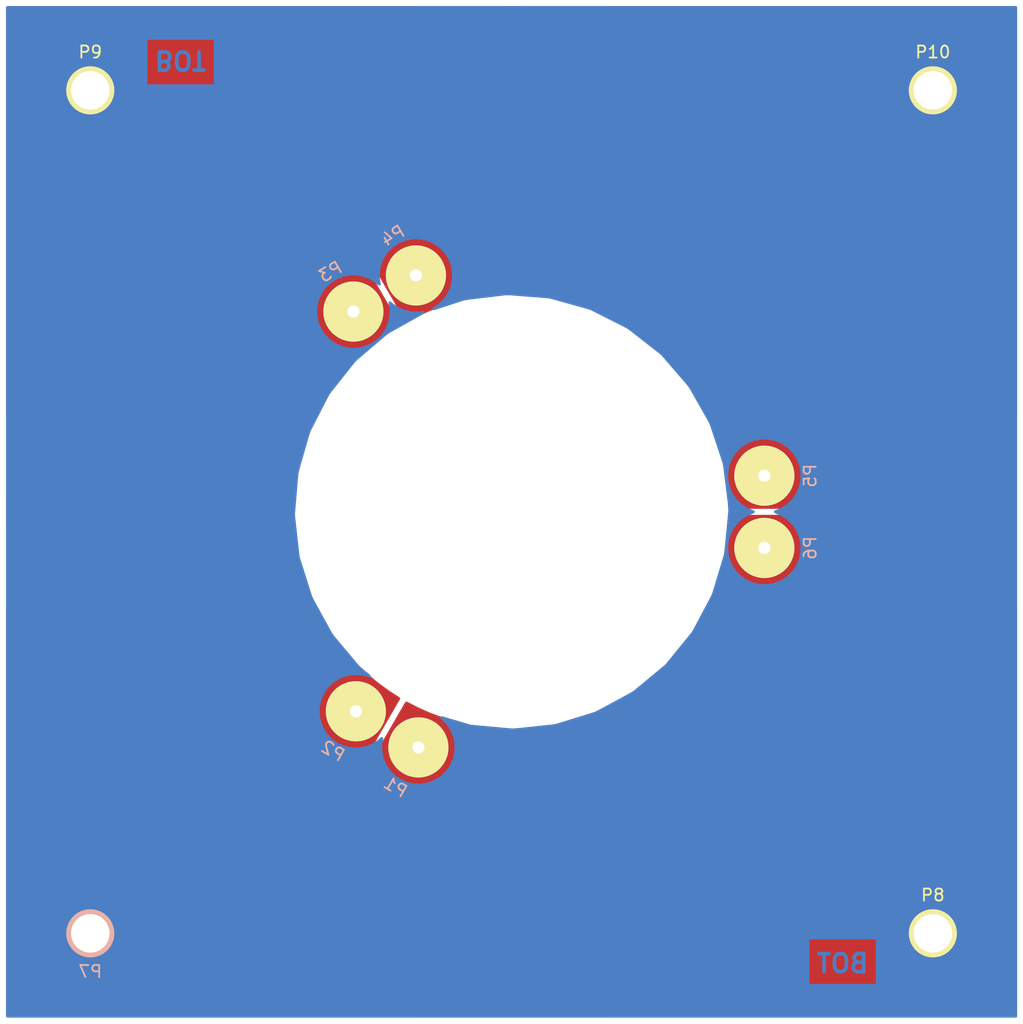
<source format=kicad_pcb>
(kicad_pcb (version 4) (host pcbnew 4.0.2-stable)

  (general
    (links 3)
    (no_connects 1)
    (area 57.499499 57.499499 142.500501 142.500501)
    (thickness 1.6)
    (drawings 14)
    (tracks 0)
    (zones 0)
    (modules 10)
    (nets 8)
  )

  (page A4)
  (layers
    (0 F.Cu signal)
    (31 B.Cu signal)
    (32 B.Adhes user)
    (33 F.Adhes user)
    (34 B.Paste user)
    (35 F.Paste user)
    (36 B.SilkS user)
    (37 F.SilkS user)
    (38 B.Mask user)
    (39 F.Mask user)
    (40 Dwgs.User user)
    (41 Cmts.User user)
    (42 Eco1.User user)
    (43 Eco2.User user)
    (44 Edge.Cuts user)
    (45 Margin user)
    (46 B.CrtYd user)
    (47 F.CrtYd user)
    (48 B.Fab user)
    (49 F.Fab user)
  )

  (setup
    (last_trace_width 0.3)
    (user_trace_width 0.25)
    (user_trace_width 0.3)
    (user_trace_width 0.4)
    (user_trace_width 0.5)
    (user_trace_width 2)
    (trace_clearance 0.2)
    (zone_clearance 0.5)
    (zone_45_only yes)
    (trace_min 0.25)
    (segment_width 0.2)
    (edge_width 0.15)
    (via_size 1.5)
    (via_drill 0.2)
    (via_min_size 1)
    (via_min_drill 0.2)
    (user_via 1.5 0.3)
    (blind_buried_vias_allowed yes)
    (uvia_size 0.3)
    (uvia_drill 0.1)
    (uvias_allowed no)
    (uvia_min_size 0.2)
    (uvia_min_drill 0.1)
    (pcb_text_width 0.3)
    (pcb_text_size 1.5 1.5)
    (mod_edge_width 0.15)
    (mod_text_size 1 1)
    (mod_text_width 0.15)
    (pad_size 1 1)
    (pad_drill 0)
    (pad_to_mask_clearance 0.062)
    (solder_mask_min_width 0.125)
    (aux_axis_origin 0 0)
    (grid_origin 100 100)
    (visible_elements FFFFFF7F)
    (pcbplotparams
      (layerselection 0x010f0_80000007)
      (usegerberextensions true)
      (excludeedgelayer true)
      (linewidth 0.100000)
      (plotframeref false)
      (viasonmask false)
      (mode 1)
      (useauxorigin false)
      (hpglpennumber 1)
      (hpglpenspeed 20)
      (hpglpendiameter 15)
      (hpglpenoverlay 2)
      (psnegative false)
      (psa4output false)
      (plotreference true)
      (plotvalue false)
      (plotinvisibletext false)
      (padsonsilk false)
      (subtractmaskfromsilk false)
      (outputformat 1)
      (mirror false)
      (drillshape 0)
      (scaleselection 1)
      (outputdirectory gerber))
  )

  (net 0 "")
  (net 1 GND)
  (net 2 /SENSOR1)
  (net 3 /SENSOR2)
  (net 4 /SENSOR3)
  (net 5 /SENSOR4)
  (net 6 /SENSOR5)
  (net 7 /SENSOR6)

  (net_class Default "This is the default net class."
    (clearance 0.2)
    (trace_width 0.3)
    (via_dia 1.5)
    (via_drill 0.2)
    (uvia_dia 0.3)
    (uvia_drill 0.1)
    (add_net /SENSOR1)
    (add_net /SENSOR2)
    (add_net /SENSOR3)
    (add_net /SENSOR4)
    (add_net /SENSOR5)
    (add_net /SENSOR6)
    (add_net GND)
  )

  (module SCUBE:plate_hole (layer F.Cu) (tedit 57AD9F33) (tstamp 57ADA3FB)
    (at 92.25833 119.562178 150)
    (path /57ADA033)
    (fp_text reference P1 (at 0 -3.81 150) (layer B.SilkS)
      (effects (font (size 1 1) (thickness 0.15)) (justify mirror))
    )
    (fp_text value CONN_01X01 (at 0 -5.08 150) (layer B.Fab)
      (effects (font (size 1 1) (thickness 0.15)) (justify mirror))
    )
    (pad 1 thru_hole circle (at 0 0 150) (size 5 5) (drill 1.016) (layers *.Cu F.SilkS B.Mask)
      (net 2 /SENSOR1))
  )

  (module SCUBE:plate_hole (layer F.Cu) (tedit 57AD9F33) (tstamp 57ADA400)
    (at 87.062178 116.562178 150)
    (path /57ADA08D)
    (fp_text reference P2 (at 0 -3.81 150) (layer B.SilkS)
      (effects (font (size 1 1) (thickness 0.15)) (justify mirror))
    )
    (fp_text value CONN_01X01 (at 0 -5.08 150) (layer B.Fab)
      (effects (font (size 1 1) (thickness 0.15)) (justify mirror))
    )
    (pad 1 thru_hole circle (at 0 0 150) (size 5 5) (drill 1.016) (layers *.Cu F.SilkS B.Mask)
      (net 3 /SENSOR2))
  )

  (module SCUBE:plate_hole (layer F.Cu) (tedit 57AD9F33) (tstamp 57ADA405)
    (at 86.857695 83.370835 30)
    (path /57ADA0AB)
    (fp_text reference P3 (at 0 -3.81 30) (layer B.SilkS)
      (effects (font (size 1 1) (thickness 0.15)) (justify mirror))
    )
    (fp_text value CONN_01X01 (at 0 -5.08 30) (layer B.Fab)
      (effects (font (size 1 1) (thickness 0.15)) (justify mirror))
    )
    (pad 1 thru_hole circle (at 0 0 30) (size 5 5) (drill 1.016) (layers *.Cu F.SilkS B.Mask)
      (net 4 /SENSOR3))
  )

  (module SCUBE:plate_hole (layer F.Cu) (tedit 57AD9F33) (tstamp 57ADA40A)
    (at 92.053848 80.370835 30)
    (path /57ADA0DC)
    (fp_text reference P4 (at 0 -3.81 30) (layer B.SilkS)
      (effects (font (size 1 1) (thickness 0.15)) (justify mirror))
    )
    (fp_text value CONN_01X01 (at 0 -5.08 30) (layer B.Fab)
      (effects (font (size 1 1) (thickness 0.15)) (justify mirror))
    )
    (pad 1 thru_hole circle (at 0 0 30) (size 5 5) (drill 1.016) (layers *.Cu F.SilkS B.Mask)
      (net 5 /SENSOR4))
  )

  (module SCUBE:plate_hole (layer F.Cu) (tedit 57AD9F33) (tstamp 57ADA40F)
    (at 121 97 270)
    (path /57ADA0F8)
    (fp_text reference P5 (at 0 -3.81 270) (layer B.SilkS)
      (effects (font (size 1 1) (thickness 0.15)) (justify mirror))
    )
    (fp_text value CONN_01X01 (at 0 -5.08 270) (layer B.Fab)
      (effects (font (size 1 1) (thickness 0.15)) (justify mirror))
    )
    (pad 1 thru_hole circle (at 0 0 270) (size 5 5) (drill 1.016) (layers *.Cu F.SilkS B.Mask)
      (net 6 /SENSOR5))
  )

  (module SCUBE:plate_hole (layer F.Cu) (tedit 57AD9F33) (tstamp 57ADA414)
    (at 121 103 270)
    (path /57ADA131)
    (fp_text reference P6 (at 0 -3.81 270) (layer B.SilkS)
      (effects (font (size 1 1) (thickness 0.15)) (justify mirror))
    )
    (fp_text value CONN_01X01 (at 0 -5.08 270) (layer B.Fab)
      (effects (font (size 1 1) (thickness 0.15)) (justify mirror))
    )
    (pad 1 thru_hole circle (at 0 0 270) (size 5 5) (drill 1.016) (layers *.Cu F.SilkS B.Mask)
      (net 7 /SENSOR6))
  )

  (module SCUBE:M3_PTH (layer B.Cu) (tedit 57ADC4E8) (tstamp 57ADC925)
    (at 65 135)
    (path /57ADA50A)
    (fp_text reference P7 (at 0 3.175) (layer B.SilkS)
      (effects (font (size 1 1) (thickness 0.15)) (justify mirror))
    )
    (fp_text value M3 (at 0 4.445) (layer B.Fab)
      (effects (font (size 1 1) (thickness 0.15)) (justify mirror))
    )
    (pad 1 thru_hole circle (at 0 0) (size 4 4) (drill 3.2) (layers *.Cu *.Mask B.SilkS)
      (net 1 GND))
  )

  (module SCUBE:M3_PTH (layer F.Cu) (tedit 57ADC4E8) (tstamp 57ADC92D)
    (at 135 135)
    (path /57ADC6AB)
    (fp_text reference P8 (at 0 -3.175) (layer F.SilkS)
      (effects (font (size 1 1) (thickness 0.15)))
    )
    (fp_text value M3 (at 0 -4.445) (layer F.Fab)
      (effects (font (size 1 1) (thickness 0.15)))
    )
    (pad 1 thru_hole circle (at 0 0) (size 4 4) (drill 3.2) (layers *.Cu *.Mask F.SilkS)
      (net 1 GND))
  )

  (module SCUBE:M3_PTH (layer F.Cu) (tedit 57ADC4E8) (tstamp 57ADC932)
    (at 65 65)
    (path /57ADC6D7)
    (fp_text reference P9 (at 0 -3.175) (layer F.SilkS)
      (effects (font (size 1 1) (thickness 0.15)))
    )
    (fp_text value M3 (at 0 -4.445) (layer F.Fab)
      (effects (font (size 1 1) (thickness 0.15)))
    )
    (pad 1 thru_hole circle (at 0 0) (size 4 4) (drill 3.2) (layers *.Cu *.Mask F.SilkS)
      (net 1 GND))
  )

  (module SCUBE:M3_PTH (layer F.Cu) (tedit 57ADC4E8) (tstamp 57ADC937)
    (at 135 65)
    (path /57ADC718)
    (fp_text reference P10 (at 0 -3.175) (layer F.SilkS)
      (effects (font (size 1 1) (thickness 0.15)))
    )
    (fp_text value M3 (at 0 -4.445) (layer F.Fab)
      (effects (font (size 1 1) (thickness 0.15)))
    )
    (pad 1 thru_hole circle (at 0 0) (size 4 4) (drill 3.2) (layers *.Cu *.Mask F.SilkS)
      (net 1 GND))
  )

  (gr_text BOT (at 72.5 62.5 180) (layer B.Cu) (tstamp 57ADABFA)
    (effects (font (size 1.5 1.5) (thickness 0.3)) (justify mirror))
  )
  (gr_text TOP (at 65 60 180) (layer F.Cu) (tstamp 57ADABF9)
    (effects (font (size 1.5 1.5) (thickness 0.3)))
  )
  (gr_text 3 (at 66.5 60 180) (layer In2.Cu) (tstamp 578FAAFE)
    (effects (font (size 1.5 1.5) (thickness 0.3)))
  )
  (gr_text 2 (at 68.5 60 180) (layer In1.Cu) (tstamp 578FAAFD)
    (effects (font (size 1.5 1.5) (thickness 0.3)))
  )
  (gr_text BOT (at 127.5 137.5) (layer B.Cu)
    (effects (font (size 1.5 1.5) (thickness 0.3)) (justify mirror))
  )
  (gr_text 3 (at 133.5 140) (layer In2.Cu)
    (effects (font (size 1.5 1.5) (thickness 0.3)))
  )
  (gr_text 2 (at 131.5 140) (layer In1.Cu)
    (effects (font (size 1.5 1.5) (thickness 0.3)))
  )
  (gr_text TOP (at 135 140) (layer F.Cu)
    (effects (font (size 1.5 1.5) (thickness 0.3)))
  )
  (gr_circle (center 100 100) (end 118 100) (layer B.Mask) (width 3))
  (gr_circle (center 100 100) (end 117.5 100) (layer Edge.Cuts) (width 0.001))
  (gr_line (start 57.5 142.5) (end 57.5 57.5) (layer Edge.Cuts) (width 0.001))
  (gr_line (start 142.5 142.5) (end 57.5 142.5) (layer Edge.Cuts) (width 0.001))
  (gr_line (start 142.5 57.5) (end 142.5 142.5) (layer Edge.Cuts) (width 0.001))
  (gr_line (start 57.5 57.5) (end 142.5 57.5) (layer Edge.Cuts) (width 0.001))

  (zone (net 2) (net_name /SENSOR1) (layer F.Cu) (tstamp 0) (hatch edge 0.508)
    (connect_pads yes (clearance 0.508))
    (min_thickness 0.254)
    (fill yes (arc_segments 16) (thermal_gap 0.508) (thermal_bridge_width 0.508))
    (polygon
      (pts
        (xy 120.783125 136.49742) (xy 118.379685 137.764893) (xy 115.899319 138.874306) (xy 113.352408 139.821014) (xy 110.749613 140.601057)
        (xy 108.101826 141.211169) (xy 105.420129 141.648796) (xy 102.715748 141.912107) (xy 100 142) (xy 97.284252 141.912107)
        (xy 94.579871 141.648796) (xy 91.898174 141.211169) (xy 89.250387 140.601057) (xy 86.647592 139.821014) (xy 84.100681 138.874306)
        (xy 81.620315 137.764893) (xy 79.216875 136.49742) (xy 91.217353 115.711942) (xy 92.235565 116.239259) (xy 93.285285 116.700677)
        (xy 94.362254 117.094321) (xy 95.462102 117.418596) (xy 96.580364 117.672184) (xy 97.712504 117.854057) (xy 98.853927 117.963477)
        (xy 100 118) (xy 101.146073 117.963477) (xy 102.287496 117.854057) (xy 103.419636 117.672184) (xy 104.537898 117.418596)
        (xy 105.637746 117.094321) (xy 106.714715 116.700677) (xy 107.764435 116.239259) (xy 108.782647 115.711942)
      )
    )
    (filled_polygon
      (pts
        (xy 120.60716 136.446639) (xy 118.32409 137.650634) (xy 115.851212 138.756698) (xy 113.312011 139.70054) (xy 110.717095 140.478222)
        (xy 108.077315 141.086489) (xy 105.403725 141.522793) (xy 102.707543 141.785306) (xy 100.260567 141.8645) (xy 99.739433 141.8645)
        (xy 97.292457 141.785306) (xy 94.596275 141.522793) (xy 91.922685 141.086489) (xy 89.282905 140.478222) (xy 86.687989 139.70054)
        (xy 84.148788 138.756698) (xy 81.67591 137.650634) (xy 79.39284 136.446639) (xy 91.266679 115.880508) (xy 92.177161 116.352033)
        (xy 92.18446 116.355523) (xy 92.995513 116.712032) (xy 93.059845 116.755017) (xy 93.120959 116.767173) (xy 93.23418 116.816941)
        (xy 93.241686 116.819959) (xy 94.318655 117.213603) (xy 94.326338 117.216137) (xy 95.426186 117.540412) (xy 95.434015 117.542451)
        (xy 96.552277 117.796039) (xy 96.56022 117.797576) (xy 97.69236 117.979449) (xy 97.700385 117.980477) (xy 98.841808 118.089897)
        (xy 98.849882 118.090413) (xy 99.949504 118.125456) (xy 100 118.1355) (xy 100.050496 118.125456) (xy 101.150118 118.090413)
        (xy 101.158192 118.089897) (xy 102.299615 117.980477) (xy 102.30764 117.979449) (xy 103.43978 117.797576) (xy 103.447723 117.796039)
        (xy 104.565985 117.542451) (xy 104.573814 117.540412) (xy 105.673662 117.216137) (xy 105.681345 117.213603) (xy 106.758314 116.819959)
        (xy 106.76582 116.816941) (xy 106.879041 116.767173) (xy 106.940155 116.755017) (xy 107.004487 116.712032) (xy 107.81554 116.355523)
        (xy 107.822839 116.352033) (xy 108.733321 115.880508)
      )
    )
  )
  (zone (net 3) (net_name /SENSOR2) (layer F.Cu) (tstamp 0) (hatch edge 0.508)
    (connect_pads yes (clearance 0.508))
    (min_thickness 0.254)
    (fill yes (arc_segments 16) (thermal_gap 0.508) (thermal_bridge_width 0.508))
    (polygon
      (pts
        (xy 78.783869 136.247425) (xy 76.484486 134.799721) (xy 74.283523 133.206367) (xy 72.190194 131.474032) (xy 70.21326 129.609966)
        (xy 68.360994 127.621971) (xy 66.641149 125.518368) (xy 65.060925 123.30796) (xy 63.626933 121) (xy 62.345177 118.604147)
        (xy 61.22102 116.130428) (xy 60.259168 113.589197) (xy 59.463647 110.991091) (xy 58.837786 108.346982) (xy 58.384204 105.667939)
        (xy 58.1048 102.965172) (xy 58.000744 100.249996) (xy 82.001736 100.249976) (xy 82.054171 101.395432) (xy 82.179432 102.535225)
        (xy 82.377011 103.664729) (xy 82.646104 104.779362) (xy 82.985622 105.874601) (xy 83.394185 106.945999) (xy 83.870136 107.98921)
        (xy 84.411543 109) (xy 85.016209 109.974267) (xy 85.681681 110.908058) (xy 86.405258 111.797584) (xy 87.184003 112.639233)
        (xy 88.014756 113.429592) (xy 88.894147 114.165452) (xy 89.818606 114.843828) (xy 90.784382 115.461966)
      )
    )
    (filled_polygon
      (pts
        (xy 81.927304 101.40124) (xy 81.927931 101.409306) (xy 82.053192 102.549099) (xy 82.054332 102.557108) (xy 82.251911 103.686612)
        (xy 82.253558 103.694533) (xy 82.522651 104.809166) (xy 82.524799 104.816966) (xy 82.864317 105.912205) (xy 82.866957 105.919852)
        (xy 83.232931 106.879567) (xy 83.244983 106.940155) (xy 83.270729 106.978687) (xy 83.27552 106.99125) (xy 83.278642 106.998714)
        (xy 83.754593 108.041925) (xy 83.758184 108.049175) (xy 84.299591 109.059965) (xy 84.303636 109.066971) (xy 84.908302 110.041238)
        (xy 84.912785 110.047973) (xy 85.578257 110.981764) (xy 85.58316 110.988199) (xy 86.306737 111.877725) (xy 86.31204 111.883835)
        (xy 87.090785 112.725484) (xy 87.096465 112.731245) (xy 87.145874 112.778251) (xy 87.176265 112.823735) (xy 87.234776 112.862831)
        (xy 87.927218 113.521604) (xy 87.933254 113.526991) (xy 88.812645 114.262851) (xy 88.819012 114.267842) (xy 89.743471 114.946218)
        (xy 89.750143 114.950794) (xy 90.613737 115.503531) (xy 78.739864 136.069644) (xy 76.555634 134.694441) (xy 74.361323 133.105903)
        (xy 72.274331 131.378812) (xy 70.303373 129.520381) (xy 68.456713 127.538403) (xy 66.742071 125.441164) (xy 65.166637 123.237455)
        (xy 63.736973 120.936462) (xy 62.459096 118.547858) (xy 61.338345 116.081634) (xy 60.379398 113.54808) (xy 59.586285 110.957836)
        (xy 58.962318 108.321729) (xy 58.510109 105.650795) (xy 58.23155 102.956201) (xy 58.1355 100.449927) (xy 58.1355 100.376996)
        (xy 81.880417 100.376976)
      )
    )
  )
  (zone (net 4) (net_name /SENSOR3) (layer F.Cu) (tstamp 0) (hatch edge 0.508)
    (connect_pads yes (clearance 0.508))
    (min_thickness 0.254)
    (fill yes (arc_segments 16) (thermal_gap 0.508) (thermal_bridge_width 0.508))
    (polygon
      (pts
        (xy 58.000744 99.750004) (xy 58.1048 97.034828) (xy 58.384204 94.332061) (xy 58.837786 91.653018) (xy 59.463647 89.008909)
        (xy 60.259168 86.410803) (xy 61.22102 83.869572) (xy 62.345177 81.395853) (xy 63.626933 79) (xy 65.060925 76.69204)
        (xy 66.641149 74.481632) (xy 68.360994 72.378029) (xy 70.21326 70.390034) (xy 72.190194 68.525968) (xy 74.283523 66.793633)
        (xy 76.484486 65.200279) (xy 78.783869 63.752575) (xy 90.784382 84.538034) (xy 89.818606 85.156172) (xy 88.894147 85.834548)
        (xy 88.014756 86.570408) (xy 87.184003 87.360767) (xy 86.405258 88.202416) (xy 85.681681 89.091942) (xy 85.016209 90.025733)
        (xy 84.411543 91) (xy 83.870136 92.01079) (xy 83.394185 93.054001) (xy 82.985622 94.125399) (xy 82.646104 95.220638)
        (xy 82.377011 96.335271) (xy 82.179432 97.464775) (xy 82.054171 98.604568) (xy 82.001736 99.750024)
      )
    )
    (filled_polygon
      (pts
        (xy 90.613737 84.496469) (xy 89.750143 85.049206) (xy 89.743471 85.053782) (xy 88.819012 85.732158) (xy 88.812645 85.737149)
        (xy 87.933254 86.473009) (xy 87.927218 86.478396) (xy 87.234776 87.137169) (xy 87.176265 87.176265) (xy 87.145874 87.221749)
        (xy 87.096465 87.268755) (xy 87.090785 87.274516) (xy 86.31204 88.116165) (xy 86.306737 88.122275) (xy 85.58316 89.011801)
        (xy 85.578257 89.018236) (xy 84.912785 89.952027) (xy 84.908302 89.958762) (xy 84.303636 90.933029) (xy 84.299591 90.940035)
        (xy 83.758184 91.950825) (xy 83.754593 91.958075) (xy 83.278642 93.001286) (xy 83.27552 93.00875) (xy 83.270729 93.021313)
        (xy 83.244983 93.059845) (xy 83.232931 93.120433) (xy 82.866957 94.080148) (xy 82.864317 94.087795) (xy 82.524799 95.183034)
        (xy 82.522651 95.190834) (xy 82.253558 96.305467) (xy 82.251911 96.313388) (xy 82.054332 97.442892) (xy 82.053192 97.450901)
        (xy 81.927931 98.590694) (xy 81.927304 98.59876) (xy 81.880417 99.623024) (xy 58.1355 99.623004) (xy 58.1355 99.550073)
        (xy 58.23155 97.043799) (xy 58.510109 94.349205) (xy 58.962318 91.678271) (xy 59.586285 89.042164) (xy 60.379398 86.45192)
        (xy 61.338345 83.918366) (xy 62.459096 81.452142) (xy 63.736973 79.063538) (xy 65.166637 76.762545) (xy 66.742071 74.558836)
        (xy 68.456713 72.461597) (xy 70.303373 70.479619) (xy 72.274331 68.621188) (xy 74.361323 66.894097) (xy 76.555634 65.305559)
        (xy 78.739864 63.930356)
      )
    )
  )
  (zone (net 5) (net_name /SENSOR4) (layer F.Cu) (tstamp 0) (hatch edge 0.508)
    (connect_pads yes (clearance 0.508))
    (min_thickness 0.254)
    (fill yes (arc_segments 16) (thermal_gap 0.508) (thermal_bridge_width 0.508))
    (polygon
      (pts
        (xy 79.216875 63.50258) (xy 81.620315 62.235107) (xy 84.100681 61.125694) (xy 86.647592 60.178986) (xy 89.250387 59.398943)
        (xy 91.898174 58.788831) (xy 94.579871 58.351204) (xy 97.284252 58.087893) (xy 100 58) (xy 102.715748 58.087893)
        (xy 105.420129 58.351204) (xy 108.101826 58.788831) (xy 110.749613 59.398943) (xy 113.352408 60.178986) (xy 115.899319 61.125694)
        (xy 118.379685 62.235107) (xy 120.783125 63.50258) (xy 108.782647 84.288058) (xy 107.764435 83.760741) (xy 106.714715 83.299323)
        (xy 105.637746 82.905679) (xy 104.537898 82.581404) (xy 103.419636 82.327816) (xy 102.287496 82.145943) (xy 101.146073 82.036523)
        (xy 100 82) (xy 98.853927 82.036523) (xy 97.712504 82.145943) (xy 96.580364 82.327816) (xy 95.462102 82.581404)
        (xy 94.362254 82.905679) (xy 93.285285 83.299323) (xy 92.235565 83.760741) (xy 91.217353 84.288058)
      )
    )
    (filled_polygon
      (pts
        (xy 102.707543 58.214694) (xy 105.403725 58.477207) (xy 108.077315 58.913511) (xy 110.717095 59.521778) (xy 113.312011 60.29946)
        (xy 115.851212 61.243302) (xy 118.32409 62.349366) (xy 120.60716 63.553361) (xy 108.733321 84.119492) (xy 107.822839 83.647967)
        (xy 107.81554 83.644477) (xy 107.004487 83.287968) (xy 106.940155 83.244983) (xy 106.879041 83.232827) (xy 106.76582 83.183059)
        (xy 106.758314 83.180041) (xy 105.681345 82.786397) (xy 105.673662 82.783863) (xy 104.573814 82.459588) (xy 104.565985 82.457549)
        (xy 103.447723 82.203961) (xy 103.43978 82.202424) (xy 102.30764 82.020551) (xy 102.299615 82.019523) (xy 101.158192 81.910103)
        (xy 101.150118 81.909587) (xy 100.050496 81.874544) (xy 100 81.8645) (xy 99.949504 81.874544) (xy 98.849882 81.909587)
        (xy 98.841808 81.910103) (xy 97.700385 82.019523) (xy 97.69236 82.020551) (xy 96.56022 82.202424) (xy 96.552277 82.203961)
        (xy 95.434015 82.457549) (xy 95.426186 82.459588) (xy 94.326338 82.783863) (xy 94.318655 82.786397) (xy 93.241686 83.180041)
        (xy 93.23418 83.183059) (xy 93.120959 83.232827) (xy 93.059845 83.244983) (xy 92.995513 83.287968) (xy 92.18446 83.644477)
        (xy 92.177161 83.647967) (xy 91.266679 84.119492) (xy 79.39284 63.553361) (xy 81.67591 62.349366) (xy 84.148788 61.243302)
        (xy 86.687989 60.29946) (xy 89.282905 59.521778) (xy 91.922685 58.913511) (xy 94.596275 58.477207) (xy 97.292457 58.214694)
        (xy 99.739433 58.1355) (xy 100.260567 58.1355)
      )
    )
  )
  (zone (net 6) (net_name /SENSOR5) (layer F.Cu) (tstamp 0) (hatch edge 0.508)
    (connect_pads yes (clearance 0.508))
    (min_thickness 0.254)
    (fill yes (arc_segments 16) (thermal_gap 0.508) (thermal_bridge_width 0.508))
    (polygon
      (pts
        (xy 121.216131 63.752575) (xy 123.515514 65.200279) (xy 125.716477 66.793633) (xy 127.809806 68.525968) (xy 129.78674 70.390034)
        (xy 131.639006 72.378029) (xy 133.358851 74.481632) (xy 134.939075 76.69204) (xy 136.373067 79) (xy 137.654823 81.395853)
        (xy 138.77898 83.869572) (xy 139.740832 86.410803) (xy 140.536353 89.008909) (xy 141.162214 91.653018) (xy 141.615796 94.332061)
        (xy 141.8952 97.034828) (xy 141.999256 99.750004) (xy 117.998264 99.750024) (xy 117.945829 98.604568) (xy 117.820568 97.464775)
        (xy 117.622989 96.335271) (xy 117.353896 95.220638) (xy 117.014378 94.125399) (xy 116.605815 93.054001) (xy 116.129864 92.01079)
        (xy 115.588457 91) (xy 114.983791 90.025733) (xy 114.318319 89.091942) (xy 113.594742 88.202416) (xy 112.815997 87.360767)
        (xy 111.985244 86.570408) (xy 111.105853 85.834548) (xy 110.181394 85.156172) (xy 109.215618 84.538034)
      )
    )
    (filled_polygon
      (pts
        (xy 123.444366 65.305559) (xy 125.638677 66.894097) (xy 127.725669 68.621188) (xy 129.696627 70.479619) (xy 131.543287 72.461597)
        (xy 133.257929 74.558836) (xy 134.833363 76.762545) (xy 136.263027 79.063538) (xy 137.540904 81.452142) (xy 138.661655 83.918366)
        (xy 139.620602 86.45192) (xy 140.413715 89.042164) (xy 141.037682 91.678271) (xy 141.489891 94.349205) (xy 141.76845 97.043799)
        (xy 141.8645 99.550073) (xy 141.8645 99.623004) (xy 118.119583 99.623024) (xy 118.072696 98.59876) (xy 118.072069 98.590694)
        (xy 117.946808 97.450901) (xy 117.945668 97.442892) (xy 117.748089 96.313388) (xy 117.746442 96.305467) (xy 117.477349 95.190834)
        (xy 117.475201 95.183034) (xy 117.135683 94.087795) (xy 117.133043 94.080148) (xy 116.767069 93.120433) (xy 116.755017 93.059845)
        (xy 116.729271 93.021313) (xy 116.72448 93.00875) (xy 116.721358 93.001286) (xy 116.245407 91.958075) (xy 116.241816 91.950825)
        (xy 115.700409 90.940035) (xy 115.696364 90.933029) (xy 115.091698 89.958762) (xy 115.087215 89.952027) (xy 114.421743 89.018236)
        (xy 114.41684 89.011801) (xy 113.693263 88.122275) (xy 113.68796 88.116165) (xy 112.909215 87.274516) (xy 112.903535 87.268755)
        (xy 112.854126 87.221749) (xy 112.823735 87.176265) (xy 112.765224 87.137169) (xy 112.072782 86.478396) (xy 112.066746 86.473009)
        (xy 111.187355 85.737149) (xy 111.180988 85.732158) (xy 110.256529 85.053782) (xy 110.249857 85.049206) (xy 109.386263 84.496469)
        (xy 121.260136 63.930356)
      )
    )
  )
  (zone (net 7) (net_name /SENSOR6) (layer F.Cu) (tstamp 0) (hatch edge 0.508)
    (connect_pads yes (clearance 0.508))
    (min_thickness 0.254)
    (fill yes (arc_segments 16) (thermal_gap 0.508) (thermal_bridge_width 0.508))
    (polygon
      (pts
        (xy 141.999256 100.249996) (xy 141.8952 102.965172) (xy 141.615796 105.667939) (xy 141.162214 108.346982) (xy 140.536353 110.991091)
        (xy 139.740832 113.589197) (xy 138.77898 116.130428) (xy 137.654823 118.604147) (xy 136.373067 121) (xy 134.939075 123.30796)
        (xy 133.358851 125.518368) (xy 131.639006 127.621971) (xy 129.78674 129.609966) (xy 127.809806 131.474032) (xy 125.716477 133.206367)
        (xy 123.515514 134.799721) (xy 121.216131 136.247425) (xy 109.215618 115.461966) (xy 110.181394 114.843828) (xy 111.105853 114.165452)
        (xy 111.985244 113.429592) (xy 112.815997 112.639233) (xy 113.594742 111.797584) (xy 114.318319 110.908058) (xy 114.983791 109.974267)
        (xy 115.588457 109) (xy 116.129864 107.98921) (xy 116.605815 106.945999) (xy 117.014378 105.874601) (xy 117.353896 104.779362)
        (xy 117.622989 103.664729) (xy 117.820568 102.535225) (xy 117.945829 101.395432) (xy 117.998264 100.249976)
      )
    )
    (filled_polygon
      (pts
        (xy 141.8645 100.376996) (xy 141.8645 100.449927) (xy 141.76845 102.956201) (xy 141.489891 105.650795) (xy 141.037682 108.321729)
        (xy 140.413715 110.957836) (xy 139.620602 113.54808) (xy 138.661655 116.081634) (xy 137.540904 118.547858) (xy 136.263027 120.936462)
        (xy 134.833363 123.237455) (xy 133.257929 125.441164) (xy 131.543287 127.538403) (xy 129.696627 129.520381) (xy 127.725669 131.378812)
        (xy 125.638677 133.105903) (xy 123.444366 134.694441) (xy 121.260136 136.069644) (xy 109.386263 115.503531) (xy 110.249857 114.950794)
        (xy 110.256529 114.946218) (xy 111.180988 114.267842) (xy 111.187355 114.262851) (xy 112.066746 113.526991) (xy 112.072782 113.521604)
        (xy 112.765224 112.862831) (xy 112.823735 112.823735) (xy 112.854126 112.778251) (xy 112.903535 112.731245) (xy 112.909215 112.725484)
        (xy 113.68796 111.883835) (xy 113.693263 111.877725) (xy 114.41684 110.988199) (xy 114.421743 110.981764) (xy 115.087215 110.047973)
        (xy 115.091698 110.041238) (xy 115.696364 109.066971) (xy 115.700409 109.059965) (xy 116.241816 108.049175) (xy 116.245407 108.041925)
        (xy 116.721358 106.998714) (xy 116.72448 106.99125) (xy 116.729271 106.978687) (xy 116.755017 106.940155) (xy 116.767069 106.879567)
        (xy 117.133043 105.919852) (xy 117.135683 105.912205) (xy 117.475201 104.816966) (xy 117.477349 104.809166) (xy 117.746442 103.694533)
        (xy 117.748089 103.686612) (xy 117.945668 102.557108) (xy 117.946808 102.549099) (xy 118.072069 101.409306) (xy 118.072696 101.40124)
        (xy 118.119583 100.376976)
      )
    )
  )
  (zone (net 1) (net_name GND) (layer B.Cu) (tstamp 0) (hatch edge 0.508)
    (connect_pads yes (clearance 0.5))
    (min_thickness 0.254)
    (fill yes (arc_segments 32) (thermal_gap 0.508) (thermal_bridge_width 0.508))
    (polygon
      (pts
        (xy 57.5 142.5) (xy 57.5 57.5) (xy 142.5 57.5) (xy 142.5 142.5)
      )
    )
    (filled_polygon
      (pts
        (xy 141.8725 141.8725) (xy 58.1275 141.8725) (xy 58.1275 135.373) (xy 124.615857 135.373) (xy 124.615857 139.327)
        (xy 130.384143 139.327) (xy 130.384143 135.373) (xy 124.615857 135.373) (xy 58.1275 135.373) (xy 58.1275 100.253099)
        (xy 81.874267 100.253099) (xy 82.268629 103.768919) (xy 83.338374 107.141182) (xy 85.042755 110.241439) (xy 87.316853 112.951604)
        (xy 88.165108 113.633618) (xy 87.991331 113.560569) (xy 87.39062 113.437261) (xy 86.777399 113.43298) (xy 86.175024 113.547889)
        (xy 85.606442 113.777611) (xy 85.093307 114.113397) (xy 84.655167 114.542456) (xy 84.308708 115.048445) (xy 84.067129 115.612092)
        (xy 83.93963 116.211928) (xy 83.931068 116.825105) (xy 84.041769 117.428266) (xy 84.267516 117.998439) (xy 84.599711 118.513905)
        (xy 85.025701 118.95503) (xy 85.52926 119.305013) (xy 86.091206 119.550521) (xy 86.690137 119.682205) (xy 87.303239 119.695047)
        (xy 87.907159 119.58856) (xy 88.478894 119.366799) (xy 88.996666 119.03821) (xy 89.217383 118.828024) (xy 89.135782 119.211928)
        (xy 89.12722 119.825105) (xy 89.237921 120.428266) (xy 89.463668 120.998439) (xy 89.795863 121.513905) (xy 90.221853 121.95503)
        (xy 90.725412 122.305013) (xy 91.287358 122.550521) (xy 91.886289 122.682205) (xy 92.499391 122.695047) (xy 93.103311 122.58856)
        (xy 93.675046 122.366799) (xy 94.192818 122.03821) (xy 94.636907 121.61531) (xy 94.990396 121.114208) (xy 95.239822 120.553988)
        (xy 95.375683 119.955991) (xy 95.385464 119.25556) (xy 95.266352 118.654003) (xy 95.032666 118.087037) (xy 94.693306 117.57626)
        (xy 94.261199 117.141125) (xy 94.198034 117.09852) (xy 96.603245 117.806412) (xy 100.126553 118.127058) (xy 103.64504 117.75725)
        (xy 107.024689 116.711074) (xy 110.136769 115.028379) (xy 112.862744 112.773257) (xy 115.09878 110.031605) (xy 116.759708 106.907853)
        (xy 117.782265 103.520983) (xy 118.1275 100) (xy 118.120432 99.49385) (xy 117.838602 97.262927) (xy 117.86889 97.262927)
        (xy 117.979591 97.866088) (xy 118.205338 98.436261) (xy 118.537533 98.951727) (xy 118.963523 99.392852) (xy 119.467082 99.742835)
        (xy 120.029028 99.988343) (xy 120.079089 99.99935) (xy 119.544264 100.215433) (xy 119.031129 100.551219) (xy 118.592989 100.980278)
        (xy 118.24653 101.486267) (xy 118.004951 102.049914) (xy 117.877452 102.64975) (xy 117.86889 103.262927) (xy 117.979591 103.866088)
        (xy 118.205338 104.436261) (xy 118.537533 104.951727) (xy 118.963523 105.392852) (xy 119.467082 105.742835) (xy 120.029028 105.988343)
        (xy 120.627959 106.120027) (xy 121.241061 106.132869) (xy 121.844981 106.026382) (xy 122.416716 105.804621) (xy 122.934488 105.476032)
        (xy 123.378577 105.053132) (xy 123.732066 104.55203) (xy 123.981492 103.99181) (xy 124.117353 103.393813) (xy 124.127134 102.693382)
        (xy 124.008022 102.091825) (xy 123.774336 101.524859) (xy 123.434976 101.014082) (xy 123.002869 100.578947) (xy 122.494473 100.23603)
        (xy 121.929153 99.998391) (xy 121.921301 99.996779) (xy 122.416716 99.804621) (xy 122.934488 99.476032) (xy 123.378577 99.053132)
        (xy 123.732066 98.55203) (xy 123.981492 97.99181) (xy 124.117353 97.393813) (xy 124.127134 96.693382) (xy 124.008022 96.091825)
        (xy 123.774336 95.524859) (xy 123.434976 95.014082) (xy 123.002869 94.578947) (xy 122.494473 94.23603) (xy 121.929153 93.998391)
        (xy 121.328442 93.875083) (xy 120.715221 93.870802) (xy 120.112846 93.985711) (xy 119.544264 94.215433) (xy 119.031129 94.551219)
        (xy 118.592989 94.980278) (xy 118.24653 95.486267) (xy 118.004951 96.049914) (xy 117.877452 96.64975) (xy 117.86889 97.262927)
        (xy 117.838602 97.262927) (xy 117.67702 95.98388) (xy 116.560295 92.626882) (xy 114.812794 89.550723) (xy 112.501078 86.872575)
        (xy 109.7132 84.694446) (xy 106.555349 83.0993) (xy 103.147807 82.147897) (xy 99.620366 81.876476) (xy 96.107385 82.295373)
        (xy 93.545886 83.127655) (xy 93.988336 82.846867) (xy 94.432425 82.423967) (xy 94.785914 81.922865) (xy 95.03534 81.362645)
        (xy 95.171201 80.764648) (xy 95.180982 80.064217) (xy 95.06187 79.46266) (xy 94.828184 78.895694) (xy 94.488824 78.384917)
        (xy 94.056717 77.949782) (xy 93.548321 77.606865) (xy 92.983001 77.369226) (xy 92.38229 77.245918) (xy 91.769069 77.241637)
        (xy 91.166694 77.356546) (xy 90.598112 77.586268) (xy 90.084977 77.922054) (xy 89.646837 78.351113) (xy 89.300378 78.857102)
        (xy 89.058799 79.420749) (xy 88.9313 80.020585) (xy 88.922738 80.633762) (xy 89.007985 81.098236) (xy 88.860564 80.949782)
        (xy 88.352168 80.606865) (xy 87.786848 80.369226) (xy 87.186137 80.245918) (xy 86.572916 80.241637) (xy 85.970541 80.356546)
        (xy 85.401959 80.586268) (xy 84.888824 80.922054) (xy 84.450684 81.351113) (xy 84.104225 81.857102) (xy 83.862646 82.420749)
        (xy 83.735147 83.020585) (xy 83.726585 83.633762) (xy 83.837286 84.236923) (xy 84.063033 84.807096) (xy 84.395228 85.322562)
        (xy 84.821218 85.763687) (xy 85.324777 86.11367) (xy 85.886723 86.359178) (xy 86.485654 86.490862) (xy 87.098756 86.503704)
        (xy 87.702676 86.397217) (xy 88.274411 86.175456) (xy 88.792183 85.846867) (xy 89.236272 85.423967) (xy 89.589761 84.922865)
        (xy 89.839187 84.362645) (xy 89.975048 83.764648) (xy 89.984829 83.064217) (xy 89.90158 82.643782) (xy 90.017371 82.763687)
        (xy 90.52093 83.11367) (xy 91.082876 83.359178) (xy 91.681807 83.490862) (xy 92.294909 83.503704) (xy 92.648265 83.441398)
        (xy 89.65439 85.114618) (xy 86.960168 87.40758) (xy 84.762629 90.180184) (xy 83.145477 93.326822) (xy 82.170308 96.727639)
        (xy 81.874267 100.253099) (xy 58.1275 100.253099) (xy 58.1275 60.673) (xy 69.615857 60.673) (xy 69.615857 64.627)
        (xy 75.384143 64.627) (xy 75.384143 60.673) (xy 69.615857 60.673) (xy 58.1275 60.673) (xy 58.1275 58.1275)
        (xy 141.8725 58.1275)
      )
    )
  )
  (zone (net 0) (net_name "") (layer B.Mask) (tstamp 0) (hatch edge 0.508)
    (connect_pads (clearance 0.508))
    (min_thickness 0.254)
    (fill yes (arc_segments 32) (thermal_gap 0.508) (thermal_bridge_width 0.508))
    (polygon
      (pts
        (xy 142.5 142.5) (xy 57.5 142.5) (xy 57.5 140) (xy 142.5 140)
      )
    )
    (filled_polygon
      (pts
        (xy 142.373 142.373) (xy 57.627 142.373) (xy 57.627 140.127) (xy 142.373 140.127)
      )
    )
  )
  (zone (net 0) (net_name "") (layer B.Mask) (tstamp 57ADAB9D) (hatch edge 0.508)
    (connect_pads (clearance 0.508))
    (min_thickness 0.254)
    (fill yes (arc_segments 32) (thermal_gap 0.508) (thermal_bridge_width 0.508))
    (polygon
      (pts
        (xy 60 57.515778) (xy 60 142.515778) (xy 57.5 142.515778) (xy 57.5 57.515778)
      )
    )
    (filled_polygon
      (pts
        (xy 59.873 142.388778) (xy 57.627 142.388778) (xy 57.627 57.642778) (xy 59.873 57.642778)
      )
    )
  )
  (zone (net 0) (net_name "") (layer B.Mask) (tstamp 57ADAB9E) (hatch edge 0.508)
    (connect_pads (clearance 0.508))
    (min_thickness 0.254)
    (fill yes (arc_segments 32) (thermal_gap 0.508) (thermal_bridge_width 0.508))
    (polygon
      (pts
        (xy 57.5 57.5) (xy 142.5 57.5) (xy 142.5 60) (xy 57.5 60)
      )
    )
    (filled_polygon
      (pts
        (xy 142.373 59.873) (xy 57.627 59.873) (xy 57.627 57.627) (xy 142.373 57.627)
      )
    )
  )
  (zone (net 0) (net_name "") (layer B.Mask) (tstamp 57ADAB9F) (hatch edge 0.508)
    (connect_pads (clearance 0.508))
    (min_thickness 0.254)
    (fill yes (arc_segments 32) (thermal_gap 0.508) (thermal_bridge_width 0.508))
    (polygon
      (pts
        (xy 140 142.5) (xy 140 57.5) (xy 142.5 57.5) (xy 142.5 142.5)
      )
    )
    (filled_polygon
      (pts
        (xy 142.373 142.373) (xy 140.127 142.373) (xy 140.127 57.627) (xy 142.373 57.627)
      )
    )
  )
  (zone (net 0) (net_name "") (layer B.Mask) (tstamp 0) (hatch edge 0.508)
    (connect_pads yes (clearance 0.508))
    (min_thickness 0.254)
    (fill yes (arc_segments 32) (thermal_gap 0.508) (thermal_bridge_width 0.508))
    (polygon
      (pts
        (xy 97.5 132.5) (xy 102.5 132.5) (xy 102.5 137.5) (xy 97.5 137.5)
      )
    )
    (filled_polygon
      (pts
        (xy 102.373 137.373) (xy 97.627 137.373) (xy 97.627 132.627) (xy 102.373 132.627)
      )
    )
  )
  (zone (net 0) (net_name "") (layer B.Mask) (tstamp 0) (hatch edge 0.508)
    (connect_pads yes (clearance 0.508))
    (min_thickness 0.254)
    (fill yes (arc_segments 32) (thermal_gap 0.508) (thermal_bridge_width 0.508))
    (polygon
      (pts
        (xy 132.5 97.5) (xy 137.5 97.5) (xy 137.5 102.5) (xy 132.5 102.5)
      )
    )
    (filled_polygon
      (pts
        (xy 137.373 102.373) (xy 132.627 102.373) (xy 132.627 97.627) (xy 137.373 97.627)
      )
    )
  )
  (zone (net 0) (net_name "") (layer B.Mask) (tstamp 57ADAC14) (hatch edge 0.508)
    (connect_pads yes (clearance 0.508))
    (min_thickness 0.254)
    (fill yes (arc_segments 32) (thermal_gap 0.508) (thermal_bridge_width 0.508))
    (polygon
      (pts
        (xy 62.5 97.5) (xy 67.5 97.5) (xy 67.5 102.5) (xy 62.5 102.5)
      )
    )
    (filled_polygon
      (pts
        (xy 67.373 102.373) (xy 62.627 102.373) (xy 62.627 97.627) (xy 67.373 97.627)
      )
    )
  )
  (zone (net 0) (net_name "") (layer B.Mask) (tstamp 57ADAC15) (hatch edge 0.508)
    (connect_pads yes (clearance 0.508))
    (min_thickness 0.254)
    (fill yes (arc_segments 32) (thermal_gap 0.508) (thermal_bridge_width 0.508))
    (polygon
      (pts
        (xy 97.5 62.5) (xy 102.5 62.5) (xy 102.5 67.5) (xy 97.5 67.5)
      )
    )
    (filled_polygon
      (pts
        (xy 102.373 67.373) (xy 97.627 67.373) (xy 97.627 62.627) (xy 102.373 62.627)
      )
    )
  )
  (zone (net 0) (net_name "") (layer F.Mask) (tstamp 0) (hatch edge 0.508)
    (connect_pads yes (clearance 0.5))
    (min_thickness 0.254)
    (fill yes (arc_segments 32) (thermal_gap 0.508) (thermal_bridge_width 0.508))
    (polygon
      (pts
        (xy 57.5 57.5) (xy 142.5 57.5) (xy 142.5 142.5) (xy 57.5 142.5)
      )
    )
    (filled_polygon
      (pts
        (xy 142.373 142.373) (xy 57.627 142.373) (xy 57.627 57.627) (xy 142.373 57.627)
      )
    )
  )
  (zone (net 1) (net_name GND) (layer F.Cu) (tstamp 0) (hatch edge 0.508)
    (connect_pads yes (clearance 0.508))
    (min_thickness 0.254)
    (fill yes (arc_segments 16) (thermal_gap 0.508) (thermal_bridge_width 0.508))
    (polygon
      (pts
        (xy 142.5 142.5) (xy 142.5 100) (xy 142.295351 104.165728) (xy 141.683374 108.291339) (xy 140.669964 112.337099)
        (xy 139.26488 116.264046) (xy 137.481654 120.034361) (xy 135.337459 123.611735) (xy 132.852944 126.961715) (xy 130.052038 130.052038)
        (xy 126.961715 132.852944) (xy 123.611735 135.337459) (xy 120.034361 137.481654) (xy 116.264046 139.26488) (xy 112.337099 140.669964)
        (xy 108.291339 141.683374) (xy 104.165728 142.295351) (xy 100 142.5)
      )
    )
    (filled_polygon
      (pts
        (xy 141.8645 141.8645) (xy 107.935817 141.8645) (xy 108.309974 141.808999) (xy 108.322197 141.806568) (xy 112.367957 140.793158)
        (xy 112.379884 140.78954) (xy 116.306831 139.384456) (xy 116.318345 139.379687) (xy 119.520881 137.865) (xy 132.107857 137.865)
        (xy 132.107857 141.835) (xy 137.892143 141.835) (xy 137.892143 137.865) (xy 132.107857 137.865) (xy 119.520881 137.865)
        (xy 120.08866 137.596461) (xy 120.099652 137.590586) (xy 123.677026 135.446391) (xy 123.687389 135.439466) (xy 127.037369 132.954951)
        (xy 127.047003 132.947045) (xy 130.137326 130.146139) (xy 130.146139 130.137326) (xy 132.947045 127.047003) (xy 132.954951 127.037369)
        (xy 135.439466 123.687389) (xy 135.446391 123.677026) (xy 137.590586 120.099652) (xy 137.596461 120.08866) (xy 139.379687 116.318345)
        (xy 139.384456 116.306831) (xy 140.78954 112.379884) (xy 140.793158 112.367957) (xy 141.806568 108.322197) (xy 141.808999 108.309974)
        (xy 141.8645 107.935817)
      )
    )
  )
  (zone (net 1) (net_name GND) (layer F.Cu) (tstamp 0) (hatch edge 0.508)
    (connect_pads yes (clearance 0.508))
    (min_thickness 0.254)
    (fill yes (arc_segments 16) (thermal_gap 0.508) (thermal_bridge_width 0.508))
    (polygon
      (pts
        (xy 57.5 142.5) (xy 100 142.5) (xy 95.834272 142.295351) (xy 91.708661 141.683374) (xy 87.662901 140.669964)
        (xy 83.735954 139.26488) (xy 79.965639 137.481654) (xy 76.388265 135.337459) (xy 73.038285 132.852944) (xy 69.947962 130.052038)
        (xy 67.147056 126.961715) (xy 64.662541 123.611735) (xy 62.518346 120.034361) (xy 60.73512 116.264046) (xy 59.330036 112.337099)
        (xy 58.316626 108.291339) (xy 57.704649 104.165728) (xy 57.5 100)
      )
    )
    (filled_polygon
      (pts
        (xy 58.191001 108.309974) (xy 58.193432 108.322197) (xy 59.206842 112.367957) (xy 59.21046 112.379884) (xy 60.615544 116.306831)
        (xy 60.620313 116.318345) (xy 62.403539 120.08866) (xy 62.409414 120.099652) (xy 64.553609 123.677026) (xy 64.560534 123.687389)
        (xy 67.045049 127.037369) (xy 67.052955 127.047003) (xy 69.853861 130.137326) (xy 69.862674 130.146139) (xy 72.952997 132.947045)
        (xy 72.962631 132.954951) (xy 76.312611 135.439466) (xy 76.322974 135.446391) (xy 79.900348 137.590586) (xy 79.91134 137.596461)
        (xy 83.681655 139.379687) (xy 83.693169 139.384456) (xy 87.620116 140.78954) (xy 87.632043 140.793158) (xy 91.677803 141.806568)
        (xy 91.690026 141.808999) (xy 92.064183 141.8645) (xy 58.1355 141.8645) (xy 58.1355 107.935817)
      )
    )
  )
  (zone (net 1) (net_name GND) (layer F.Cu) (tstamp 0) (hatch edge 0.508)
    (connect_pads yes (clearance 0.508))
    (min_thickness 0.254)
    (fill yes (arc_segments 16) (thermal_gap 0.508) (thermal_bridge_width 0.508))
    (polygon
      (pts
        (xy 57.5 57.5) (xy 57.5 100) (xy 57.704649 95.834272) (xy 58.316626 91.708661) (xy 59.330036 87.662901)
        (xy 60.73512 83.735954) (xy 62.518346 79.965639) (xy 64.662541 76.388265) (xy 67.147056 73.038285) (xy 69.947962 69.947962)
        (xy 73.038285 67.147056) (xy 76.388265 64.662541) (xy 79.965639 62.518346) (xy 83.735954 60.73512) (xy 87.662901 59.330036)
        (xy 91.708661 58.316626) (xy 95.834272 57.704649) (xy 100 57.5)
      )
    )
    (filled_polygon
      (pts
        (xy 91.690026 58.191001) (xy 91.677803 58.193432) (xy 87.632043 59.206842) (xy 87.620116 59.21046) (xy 83.693169 60.615544)
        (xy 83.681655 60.620313) (xy 79.91134 62.403539) (xy 79.900348 62.409414) (xy 76.322974 64.553609) (xy 76.312611 64.560534)
        (xy 72.962631 67.045049) (xy 72.952997 67.052955) (xy 69.862674 69.853861) (xy 69.853861 69.862674) (xy 67.052955 72.952997)
        (xy 67.045049 72.962631) (xy 64.560534 76.312611) (xy 64.553609 76.322974) (xy 62.409414 79.900348) (xy 62.403539 79.91134)
        (xy 60.620313 83.681655) (xy 60.615544 83.693169) (xy 59.21046 87.620116) (xy 59.206842 87.632043) (xy 58.193432 91.677803)
        (xy 58.191001 91.690026) (xy 58.1355 92.064183) (xy 58.1355 58.165) (xy 62.107857 58.165) (xy 62.107857 62.135)
        (xy 67.892143 62.135) (xy 67.892143 58.165) (xy 62.107857 58.165) (xy 58.1355 58.165) (xy 58.1355 58.1355)
        (xy 92.064183 58.1355)
      )
    )
  )
  (zone (net 1) (net_name GND) (layer F.Cu) (tstamp 0) (hatch edge 0.508)
    (connect_pads yes (clearance 0.508))
    (min_thickness 0.254)
    (fill yes (arc_segments 16) (thermal_gap 0.508) (thermal_bridge_width 0.508))
    (polygon
      (pts
        (xy 142.5 57.5) (xy 100 57.5) (xy 104.165728 57.704649) (xy 108.291339 58.316626) (xy 112.337099 59.330036)
        (xy 116.264046 60.73512) (xy 120.034361 62.518346) (xy 123.611735 64.662541) (xy 126.961715 67.147056) (xy 130.052038 69.947962)
        (xy 132.852944 73.038285) (xy 135.337459 76.388265) (xy 137.481654 79.965639) (xy 139.26488 83.735954) (xy 140.669964 87.662901)
        (xy 141.683374 91.708661) (xy 142.295351 95.834272) (xy 142.5 100)
      )
    )
    (filled_polygon
      (pts
        (xy 141.8645 92.064183) (xy 141.808999 91.690026) (xy 141.806568 91.677803) (xy 140.793158 87.632043) (xy 140.78954 87.620116)
        (xy 139.384456 83.693169) (xy 139.379687 83.681655) (xy 137.596461 79.91134) (xy 137.590586 79.900348) (xy 135.446391 76.322974)
        (xy 135.439466 76.312611) (xy 132.954951 72.962631) (xy 132.947045 72.952997) (xy 130.146139 69.862674) (xy 130.137326 69.853861)
        (xy 127.047003 67.052955) (xy 127.037369 67.045049) (xy 123.687389 64.560534) (xy 123.677026 64.553609) (xy 120.099652 62.409414)
        (xy 120.08866 62.403539) (xy 116.318345 60.620313) (xy 116.306831 60.615544) (xy 112.379884 59.21046) (xy 112.367957 59.206842)
        (xy 108.322197 58.193432) (xy 108.309974 58.191001) (xy 107.935817 58.1355) (xy 141.8645 58.1355)
      )
    )
  )
)

</source>
